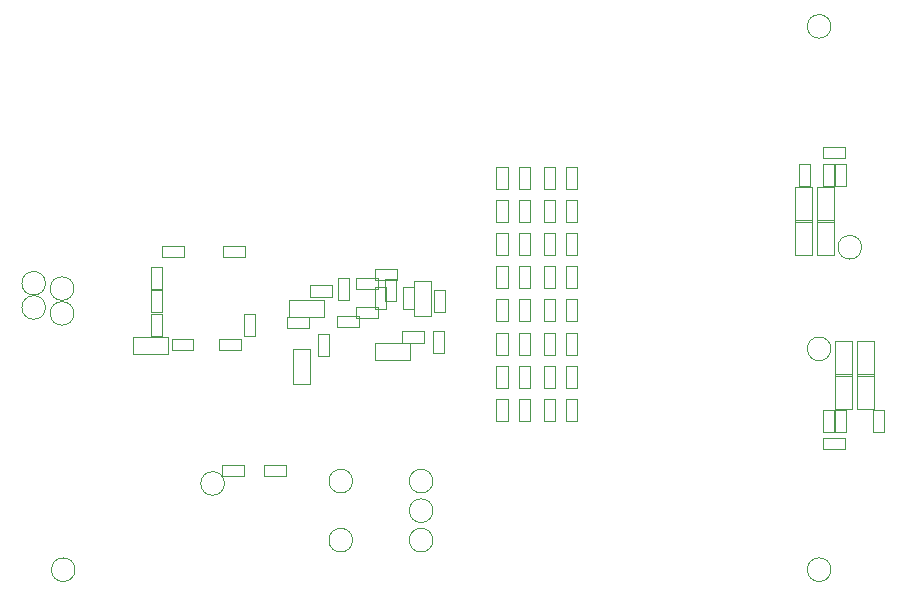
<source format=gbr>
G04 #@! TF.GenerationSoftware,KiCad,Pcbnew,7.0.7+dfsg-1*
G04 #@! TF.CreationDate,2023-10-06T03:56:53+00:00*
G04 #@! TF.ProjectId,glasgow,676c6173-676f-4772-9e6b-696361645f70,C3*
G04 #@! TF.SameCoordinates,Original*
G04 #@! TF.FileFunction,Other,User*
%FSLAX46Y46*%
G04 Gerber Fmt 4.6, Leading zero omitted, Abs format (unit mm)*
G04 Created by KiCad (PCBNEW 7.0.7+dfsg-1) date 2023-10-06 03:56:53*
%MOMM*%
%LPD*%
G01*
G04 APERTURE LIST*
%ADD10C,0.050000*%
G04 APERTURE END LIST*
D10*
X59000000Y-118500000D02*
G75*
G03*
X59000000Y-118500000I-1000000J0D01*
G01*
X123000000Y-72500000D02*
G75*
G03*
X123000000Y-72500000I-1000000J0D01*
G01*
X84630000Y-97170000D02*
X84630000Y-96230000D01*
X84630000Y-96230000D02*
X82770000Y-96230000D01*
X82770000Y-97170000D02*
X84630000Y-97170000D01*
X82770000Y-96230000D02*
X82770000Y-97170000D01*
X84430000Y-96430000D02*
X85370000Y-96430000D01*
X85370000Y-96430000D02*
X85370000Y-94570000D01*
X84430000Y-94570000D02*
X84430000Y-96430000D01*
X85370000Y-94570000D02*
X84430000Y-94570000D01*
X99620000Y-92820000D02*
X98680000Y-92820000D01*
X98680000Y-92820000D02*
X98680000Y-94680000D01*
X99620000Y-94680000D02*
X99620000Y-92820000D01*
X98680000Y-94680000D02*
X99620000Y-94680000D01*
X101520000Y-84420000D02*
X100580000Y-84420000D01*
X100580000Y-84420000D02*
X100580000Y-86280000D01*
X101520000Y-86280000D02*
X101520000Y-84420000D01*
X100580000Y-86280000D02*
X101520000Y-86280000D01*
X101520000Y-92820000D02*
X100580000Y-92820000D01*
X100580000Y-92820000D02*
X100580000Y-94680000D01*
X101520000Y-94680000D02*
X101520000Y-92820000D01*
X100580000Y-94680000D02*
X101520000Y-94680000D01*
X97520000Y-95570000D02*
X96580000Y-95570000D01*
X96580000Y-95570000D02*
X96580000Y-97430000D01*
X97520000Y-97430000D02*
X97520000Y-95570000D01*
X96580000Y-97430000D02*
X97520000Y-97430000D01*
X97520000Y-90020000D02*
X96580000Y-90020000D01*
X96580000Y-90020000D02*
X96580000Y-91880000D01*
X97520000Y-91880000D02*
X97520000Y-90020000D01*
X96580000Y-91880000D02*
X97520000Y-91880000D01*
X99620000Y-95620000D02*
X98680000Y-95620000D01*
X98680000Y-95620000D02*
X98680000Y-97480000D01*
X99620000Y-97480000D02*
X99620000Y-95620000D01*
X98680000Y-97480000D02*
X99620000Y-97480000D01*
X99620000Y-98420000D02*
X98680000Y-98420000D01*
X98680000Y-98420000D02*
X98680000Y-100280000D01*
X99620000Y-100280000D02*
X99620000Y-98420000D01*
X98680000Y-100280000D02*
X99620000Y-100280000D01*
X99620000Y-101220000D02*
X98680000Y-101220000D01*
X98680000Y-101220000D02*
X98680000Y-103080000D01*
X99620000Y-103080000D02*
X99620000Y-101220000D01*
X98680000Y-103080000D02*
X99620000Y-103080000D01*
X99620000Y-104020000D02*
X98680000Y-104020000D01*
X98680000Y-104020000D02*
X98680000Y-105880000D01*
X99620000Y-105880000D02*
X99620000Y-104020000D01*
X98680000Y-105880000D02*
X99620000Y-105880000D01*
X101520000Y-95620000D02*
X100580000Y-95620000D01*
X100580000Y-95620000D02*
X100580000Y-97480000D01*
X101520000Y-97480000D02*
X101520000Y-95620000D01*
X100580000Y-97480000D02*
X101520000Y-97480000D01*
X101520000Y-98420000D02*
X100580000Y-98420000D01*
X100580000Y-98420000D02*
X100580000Y-100280000D01*
X101520000Y-100280000D02*
X101520000Y-98420000D01*
X100580000Y-100280000D02*
X101520000Y-100280000D01*
X101520000Y-101220000D02*
X100580000Y-101220000D01*
X100580000Y-101220000D02*
X100580000Y-103080000D01*
X101520000Y-103080000D02*
X101520000Y-101220000D01*
X100580000Y-103080000D02*
X101520000Y-103080000D01*
X81170000Y-97030000D02*
X81170000Y-97970000D01*
X81170000Y-97970000D02*
X83030000Y-97970000D01*
X83030000Y-97030000D02*
X81170000Y-97030000D01*
X83030000Y-97970000D02*
X83030000Y-97030000D01*
X84630000Y-94770000D02*
X84630000Y-93830000D01*
X84630000Y-93830000D02*
X82770000Y-93830000D01*
X82770000Y-94770000D02*
X84630000Y-94770000D01*
X82770000Y-93830000D02*
X82770000Y-94770000D01*
X80745000Y-95370000D02*
X80745000Y-94430000D01*
X80745000Y-94430000D02*
X78885000Y-94430000D01*
X78885000Y-95370000D02*
X80745000Y-95370000D01*
X78885000Y-94430000D02*
X78885000Y-95370000D01*
X78830000Y-98070000D02*
X78830000Y-97130000D01*
X78830000Y-97130000D02*
X76970000Y-97130000D01*
X76970000Y-98070000D02*
X78830000Y-98070000D01*
X76970000Y-97130000D02*
X76970000Y-98070000D01*
X80080000Y-97130000D02*
X80080000Y-95670000D01*
X80080000Y-95670000D02*
X77120000Y-95670000D01*
X77120000Y-97130000D02*
X80080000Y-97130000D01*
X77120000Y-95670000D02*
X77120000Y-97130000D01*
X84370000Y-93030000D02*
X84370000Y-93970000D01*
X84370000Y-93970000D02*
X86230000Y-93970000D01*
X86230000Y-93030000D02*
X84370000Y-93030000D01*
X86230000Y-93970000D02*
X86230000Y-93030000D01*
X66370000Y-91080000D02*
X66370000Y-92020000D01*
X66370000Y-92020000D02*
X68230000Y-92020000D01*
X68230000Y-91080000D02*
X66370000Y-91080000D01*
X68230000Y-92020000D02*
X68230000Y-91080000D01*
X73030000Y-99920000D02*
X73030000Y-98980000D01*
X73030000Y-98980000D02*
X71170000Y-98980000D01*
X71170000Y-99920000D02*
X73030000Y-99920000D01*
X71170000Y-98980000D02*
X71170000Y-99920000D01*
X66370000Y-92835000D02*
X65430000Y-92835000D01*
X65430000Y-92835000D02*
X65430000Y-94695000D01*
X66370000Y-94695000D02*
X66370000Y-92835000D01*
X65430000Y-94695000D02*
X66370000Y-94695000D01*
X67170000Y-98980000D02*
X67170000Y-99920000D01*
X67170000Y-99920000D02*
X69030000Y-99920000D01*
X69030000Y-98980000D02*
X67170000Y-98980000D01*
X69030000Y-99920000D02*
X69030000Y-98980000D01*
X73430000Y-92020000D02*
X73430000Y-91080000D01*
X73430000Y-91080000D02*
X71570000Y-91080000D01*
X71570000Y-92020000D02*
X73430000Y-92020000D01*
X71570000Y-91080000D02*
X71570000Y-92020000D01*
X63920000Y-98770000D02*
X63920000Y-100230000D01*
X63920000Y-100230000D02*
X66880000Y-100230000D01*
X66880000Y-98770000D02*
X63920000Y-98770000D01*
X66880000Y-100230000D02*
X66880000Y-98770000D01*
X66370000Y-96820000D02*
X65430000Y-96820000D01*
X65430000Y-96820000D02*
X65430000Y-98680000D01*
X66370000Y-98680000D02*
X66370000Y-96820000D01*
X65430000Y-98680000D02*
X66370000Y-98680000D01*
X66370000Y-94820000D02*
X65430000Y-94820000D01*
X65430000Y-94820000D02*
X65430000Y-96680000D01*
X66370000Y-96680000D02*
X66370000Y-94820000D01*
X65430000Y-96680000D02*
X66370000Y-96680000D01*
X74270000Y-96835000D02*
X73330000Y-96835000D01*
X73330000Y-96835000D02*
X73330000Y-98695000D01*
X74270000Y-98695000D02*
X74270000Y-96835000D01*
X73330000Y-98695000D02*
X74270000Y-98695000D01*
X79580000Y-100430000D02*
X80520000Y-100430000D01*
X80520000Y-100430000D02*
X80520000Y-98570000D01*
X79580000Y-98570000D02*
X79580000Y-100430000D01*
X80520000Y-98570000D02*
X79580000Y-98570000D01*
X89380000Y-96680000D02*
X90320000Y-96680000D01*
X90320000Y-96680000D02*
X90320000Y-94820000D01*
X89380000Y-94820000D02*
X89380000Y-96680000D01*
X90320000Y-94820000D02*
X89380000Y-94820000D01*
X97520000Y-84420000D02*
X96580000Y-84420000D01*
X96580000Y-84420000D02*
X96580000Y-86280000D01*
X97520000Y-86280000D02*
X97520000Y-84420000D01*
X96580000Y-86280000D02*
X97520000Y-86280000D01*
X95620000Y-84420000D02*
X94680000Y-84420000D01*
X94680000Y-84420000D02*
X94680000Y-86280000D01*
X95620000Y-86280000D02*
X95620000Y-84420000D01*
X94680000Y-86280000D02*
X95620000Y-86280000D01*
X95620000Y-95570000D02*
X94680000Y-95570000D01*
X94680000Y-95570000D02*
X94680000Y-97430000D01*
X95620000Y-97430000D02*
X95620000Y-95570000D01*
X94680000Y-97430000D02*
X95620000Y-97430000D01*
X97520000Y-98420000D02*
X96580000Y-98420000D01*
X96580000Y-98420000D02*
X96580000Y-100280000D01*
X97520000Y-100280000D02*
X97520000Y-98420000D01*
X96580000Y-100280000D02*
X97520000Y-100280000D01*
X95620000Y-98420000D02*
X94680000Y-98420000D01*
X94680000Y-98420000D02*
X94680000Y-100280000D01*
X95620000Y-100280000D02*
X95620000Y-98420000D01*
X94680000Y-100280000D02*
X95620000Y-100280000D01*
X95620000Y-101220000D02*
X94680000Y-101220000D01*
X94680000Y-101220000D02*
X94680000Y-103080000D01*
X95620000Y-103080000D02*
X95620000Y-101220000D01*
X94680000Y-103080000D02*
X95620000Y-103080000D01*
X97520000Y-101220000D02*
X96580000Y-101220000D01*
X96580000Y-101220000D02*
X96580000Y-103080000D01*
X97520000Y-103080000D02*
X97520000Y-101220000D01*
X96580000Y-103080000D02*
X97520000Y-103080000D01*
X95620000Y-104020000D02*
X94680000Y-104020000D01*
X94680000Y-104020000D02*
X94680000Y-105880000D01*
X95620000Y-105880000D02*
X95620000Y-104020000D01*
X94680000Y-105880000D02*
X95620000Y-105880000D01*
X97520000Y-104020000D02*
X96580000Y-104020000D01*
X96580000Y-104020000D02*
X96580000Y-105880000D01*
X97520000Y-105880000D02*
X97520000Y-104020000D01*
X96580000Y-105880000D02*
X97520000Y-105880000D01*
X95620000Y-87220000D02*
X94680000Y-87220000D01*
X94680000Y-87220000D02*
X94680000Y-89080000D01*
X95620000Y-89080000D02*
X95620000Y-87220000D01*
X94680000Y-89080000D02*
X95620000Y-89080000D01*
X95620000Y-92820000D02*
X94680000Y-92820000D01*
X94680000Y-92820000D02*
X94680000Y-94680000D01*
X95620000Y-94680000D02*
X95620000Y-92820000D01*
X94680000Y-94680000D02*
X95620000Y-94680000D01*
X95620000Y-90020000D02*
X94680000Y-90020000D01*
X94680000Y-90020000D02*
X94680000Y-91880000D01*
X95620000Y-91880000D02*
X95620000Y-90020000D01*
X94680000Y-91880000D02*
X95620000Y-91880000D01*
X82170000Y-93770000D02*
X81230000Y-93770000D01*
X81230000Y-93770000D02*
X81230000Y-95630000D01*
X82170000Y-95630000D02*
X82170000Y-93770000D01*
X81230000Y-95630000D02*
X82170000Y-95630000D01*
X99620000Y-84420000D02*
X98680000Y-84420000D01*
X98680000Y-84420000D02*
X98680000Y-86280000D01*
X99620000Y-86280000D02*
X99620000Y-84420000D01*
X98680000Y-86280000D02*
X99620000Y-86280000D01*
X99620000Y-87220000D02*
X98680000Y-87220000D01*
X98680000Y-87220000D02*
X98680000Y-89080000D01*
X99620000Y-89080000D02*
X99620000Y-87220000D01*
X98680000Y-89080000D02*
X99620000Y-89080000D01*
X99620000Y-90020000D02*
X98680000Y-90020000D01*
X98680000Y-90020000D02*
X98680000Y-91880000D01*
X99620000Y-91880000D02*
X99620000Y-90020000D01*
X98680000Y-91880000D02*
X99620000Y-91880000D01*
X97520000Y-92820000D02*
X96580000Y-92820000D01*
X96580000Y-92820000D02*
X96580000Y-94680000D01*
X97520000Y-94680000D02*
X97520000Y-92820000D01*
X96580000Y-94680000D02*
X97520000Y-94680000D01*
X123000000Y-118500000D02*
G75*
G03*
X123000000Y-118500000I-1000000J0D01*
G01*
X84420000Y-99270000D02*
X84420000Y-100730000D01*
X84420000Y-100730000D02*
X87380000Y-100730000D01*
X87380000Y-99270000D02*
X84420000Y-99270000D01*
X87380000Y-100730000D02*
X87380000Y-99270000D01*
X89300000Y-111000000D02*
G75*
G03*
X89300000Y-111000000I-1000000J0D01*
G01*
X89300000Y-113500000D02*
G75*
G03*
X89300000Y-113500000I-1000000J0D01*
G01*
X89300000Y-116000000D02*
G75*
G03*
X89300000Y-116000000I-1000000J0D01*
G01*
X82500000Y-116000000D02*
G75*
G03*
X82500000Y-116000000I-1000000J0D01*
G01*
X82500000Y-111000000D02*
G75*
G03*
X82500000Y-111000000I-1000000J0D01*
G01*
X56500000Y-94250000D02*
G75*
G03*
X56500000Y-94250000I-1000000J0D01*
G01*
X58900000Y-96800000D02*
G75*
G03*
X58900000Y-96800000I-1000000J0D01*
G01*
X58900000Y-94700000D02*
G75*
G03*
X58900000Y-94700000I-1000000J0D01*
G01*
X56500000Y-96300000D02*
G75*
G03*
X56500000Y-96300000I-1000000J0D01*
G01*
X87670000Y-96980000D02*
X89130000Y-96980000D01*
X89130000Y-96980000D02*
X89130000Y-94020000D01*
X87670000Y-94020000D02*
X87670000Y-96980000D01*
X89130000Y-94020000D02*
X87670000Y-94020000D01*
X90270000Y-98320000D02*
X89330000Y-98320000D01*
X89330000Y-98320000D02*
X89330000Y-100180000D01*
X90270000Y-100180000D02*
X90270000Y-98320000D01*
X89330000Y-100180000D02*
X90270000Y-100180000D01*
X85230000Y-95730000D02*
X86170000Y-95730000D01*
X86170000Y-95730000D02*
X86170000Y-93870000D01*
X85230000Y-93870000D02*
X85230000Y-95730000D01*
X86170000Y-93870000D02*
X85230000Y-93870000D01*
X86730000Y-96430000D02*
X87670000Y-96430000D01*
X87670000Y-96430000D02*
X87670000Y-94570000D01*
X86730000Y-94570000D02*
X86730000Y-96430000D01*
X87670000Y-94570000D02*
X86730000Y-94570000D01*
X71650000Y-111200000D02*
G75*
G03*
X71650000Y-111200000I-1000000J0D01*
G01*
X124780000Y-101920000D02*
X123320000Y-101920000D01*
X123320000Y-101920000D02*
X123320000Y-104880000D01*
X124780000Y-104880000D02*
X124780000Y-101920000D01*
X123320000Y-104880000D02*
X124780000Y-104880000D01*
X121820000Y-89080000D02*
X123280000Y-89080000D01*
X123280000Y-89080000D02*
X123280000Y-86120000D01*
X121820000Y-86120000D02*
X121820000Y-89080000D01*
X123280000Y-86120000D02*
X121820000Y-86120000D01*
X123000000Y-99800000D02*
G75*
G03*
X123000000Y-99800000I-1000000J0D01*
G01*
X125600000Y-91200000D02*
G75*
G03*
X125600000Y-91200000I-1000000J0D01*
G01*
X101520000Y-104020000D02*
X100580000Y-104020000D01*
X100580000Y-104020000D02*
X100580000Y-105880000D01*
X101520000Y-105880000D02*
X101520000Y-104020000D01*
X100580000Y-105880000D02*
X101520000Y-105880000D01*
X101520000Y-90020000D02*
X100580000Y-90020000D01*
X100580000Y-90020000D02*
X100580000Y-91880000D01*
X101520000Y-91880000D02*
X101520000Y-90020000D01*
X100580000Y-91880000D02*
X101520000Y-91880000D01*
X97520000Y-87220000D02*
X96580000Y-87220000D01*
X96580000Y-87220000D02*
X96580000Y-89080000D01*
X97520000Y-89080000D02*
X97520000Y-87220000D01*
X96580000Y-89080000D02*
X97520000Y-89080000D01*
X101520000Y-87220000D02*
X100580000Y-87220000D01*
X100580000Y-87220000D02*
X100580000Y-89080000D01*
X101520000Y-89080000D02*
X101520000Y-87220000D01*
X100580000Y-89080000D02*
X101520000Y-89080000D01*
X124230000Y-108270000D02*
X124230000Y-107330000D01*
X124230000Y-107330000D02*
X122370000Y-107330000D01*
X122370000Y-108270000D02*
X124230000Y-108270000D01*
X122370000Y-107330000D02*
X122370000Y-108270000D01*
X122370000Y-82730000D02*
X122370000Y-83670000D01*
X122370000Y-83670000D02*
X124230000Y-83670000D01*
X124230000Y-82730000D02*
X122370000Y-82730000D01*
X124230000Y-83670000D02*
X124230000Y-82730000D01*
X124270000Y-104970000D02*
X123330000Y-104970000D01*
X123330000Y-104970000D02*
X123330000Y-106830000D01*
X124270000Y-106830000D02*
X124270000Y-104970000D01*
X123330000Y-106830000D02*
X124270000Y-106830000D01*
X122330000Y-86030000D02*
X123270000Y-86030000D01*
X123270000Y-86030000D02*
X123270000Y-84170000D01*
X122330000Y-84170000D02*
X122330000Y-86030000D01*
X123270000Y-84170000D02*
X122330000Y-84170000D01*
X126680000Y-99120000D02*
X125220000Y-99120000D01*
X125220000Y-99120000D02*
X125220000Y-102080000D01*
X126680000Y-102080000D02*
X126680000Y-99120000D01*
X125220000Y-102080000D02*
X126680000Y-102080000D01*
X124780000Y-99120000D02*
X123320000Y-99120000D01*
X123320000Y-99120000D02*
X123320000Y-102080000D01*
X124780000Y-102080000D02*
X124780000Y-99120000D01*
X123320000Y-102080000D02*
X124780000Y-102080000D01*
X119920000Y-91880000D02*
X121380000Y-91880000D01*
X121380000Y-91880000D02*
X121380000Y-88920000D01*
X119920000Y-88920000D02*
X119920000Y-91880000D01*
X121380000Y-88920000D02*
X119920000Y-88920000D01*
X121820000Y-91880000D02*
X123280000Y-91880000D01*
X123280000Y-91880000D02*
X123280000Y-88920000D01*
X121820000Y-88920000D02*
X121820000Y-91880000D01*
X123280000Y-88920000D02*
X121820000Y-88920000D01*
X74970000Y-109630000D02*
X74970000Y-110570000D01*
X74970000Y-110570000D02*
X76830000Y-110570000D01*
X76830000Y-109630000D02*
X74970000Y-109630000D01*
X76830000Y-110570000D02*
X76830000Y-109630000D01*
X71470000Y-109630000D02*
X71470000Y-110570000D01*
X71470000Y-110570000D02*
X73330000Y-110570000D01*
X73330000Y-109630000D02*
X71470000Y-109630000D01*
X73330000Y-110570000D02*
X73330000Y-109630000D01*
X86720000Y-98330000D02*
X86720000Y-99270000D01*
X86720000Y-99270000D02*
X88580000Y-99270000D01*
X88580000Y-98330000D02*
X86720000Y-98330000D01*
X88580000Y-99270000D02*
X88580000Y-98330000D01*
X78880000Y-99845000D02*
X77420000Y-99845000D01*
X77420000Y-99845000D02*
X77420000Y-102805000D01*
X78880000Y-102805000D02*
X78880000Y-99845000D01*
X77420000Y-102805000D02*
X78880000Y-102805000D01*
X123270000Y-104970000D02*
X122330000Y-104970000D01*
X122330000Y-104970000D02*
X122330000Y-106830000D01*
X123270000Y-106830000D02*
X123270000Y-104970000D01*
X122330000Y-106830000D02*
X123270000Y-106830000D01*
X123330000Y-86030000D02*
X124270000Y-86030000D01*
X124270000Y-86030000D02*
X124270000Y-84170000D01*
X123330000Y-84170000D02*
X123330000Y-86030000D01*
X124270000Y-84170000D02*
X123330000Y-84170000D01*
X126530000Y-106830000D02*
X127470000Y-106830000D01*
X127470000Y-106830000D02*
X127470000Y-104970000D01*
X126530000Y-104970000D02*
X126530000Y-106830000D01*
X127470000Y-104970000D02*
X126530000Y-104970000D01*
X121270000Y-84170000D02*
X120330000Y-84170000D01*
X120330000Y-84170000D02*
X120330000Y-86030000D01*
X121270000Y-86030000D02*
X121270000Y-84170000D01*
X120330000Y-86030000D02*
X121270000Y-86030000D01*
X126680000Y-101920000D02*
X125220000Y-101920000D01*
X125220000Y-101920000D02*
X125220000Y-104880000D01*
X126680000Y-104880000D02*
X126680000Y-101920000D01*
X125220000Y-104880000D02*
X126680000Y-104880000D01*
X119920000Y-89080000D02*
X121380000Y-89080000D01*
X121380000Y-89080000D02*
X121380000Y-86120000D01*
X119920000Y-86120000D02*
X119920000Y-89080000D01*
X121380000Y-86120000D02*
X119920000Y-86120000D01*
M02*

</source>
